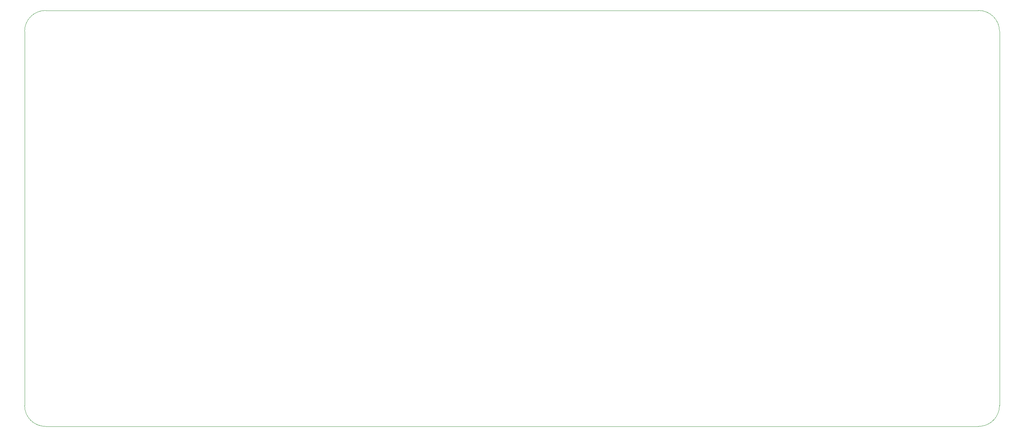
<source format=gbr>
%TF.GenerationSoftware,KiCad,Pcbnew,8.0.6*%
%TF.CreationDate,2025-01-18T12:45:17+00:00*%
%TF.ProjectId,v2b,7632622e-6b69-4636-9164-5f7063625858,rev?*%
%TF.SameCoordinates,Original*%
%TF.FileFunction,Profile,NP*%
%FSLAX46Y46*%
G04 Gerber Fmt 4.6, Leading zero omitted, Abs format (unit mm)*
G04 Created by KiCad (PCBNEW 8.0.6) date 2025-01-18 12:45:17*
%MOMM*%
%LPD*%
G01*
G04 APERTURE LIST*
%TA.AperFunction,Profile*%
%ADD10C,0.100000*%
%TD*%
G04 APERTURE END LIST*
D10*
X40000000Y-45000000D02*
X40000000Y-135000000D01*
X274000000Y-135000000D02*
X274000000Y-45000000D01*
X40000000Y-45000000D02*
G75*
G02*
X45000000Y-40000000I5000000J0D01*
G01*
X274000000Y-135000000D02*
G75*
G02*
X269000000Y-140000000I-5000000J0D01*
G01*
X269000000Y-40000000D02*
X45000000Y-40000000D01*
X269000000Y-40000000D02*
G75*
G02*
X274000000Y-45000000I0J-5000000D01*
G01*
X45000000Y-140000000D02*
G75*
G02*
X40000000Y-135000000I0J5000000D01*
G01*
X45000000Y-140000000D02*
X269000000Y-140000000D01*
M02*

</source>
